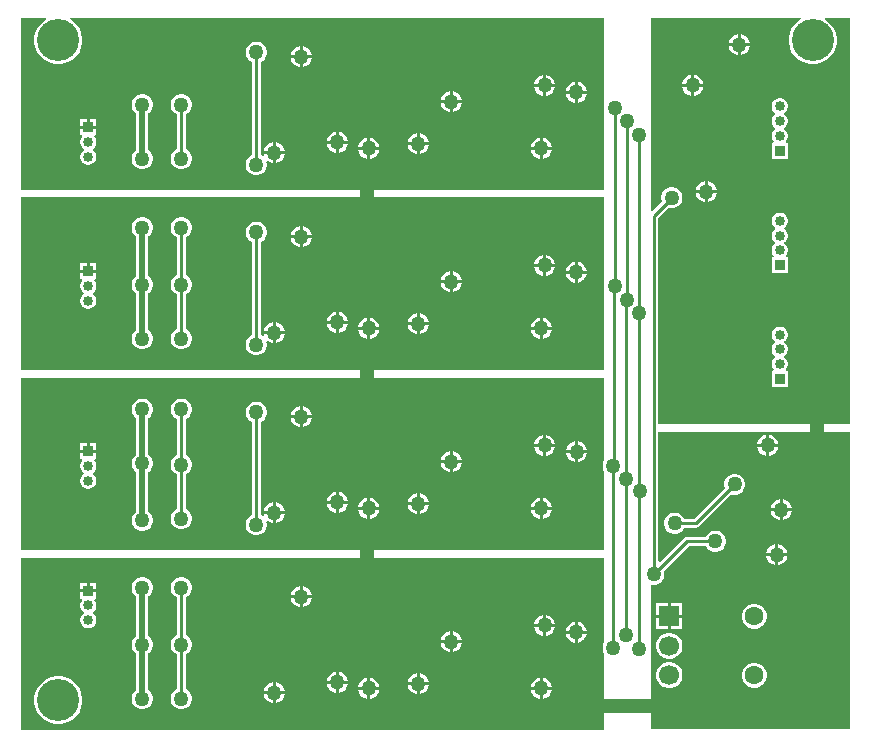
<source format=gbr>
%TF.GenerationSoftware,Altium Limited,Altium Designer,22.5.1 (42)*%
G04 Layer_Physical_Order=2*
G04 Layer_Color=16711680*
%FSLAX45Y45*%
%MOMM*%
%TF.SameCoordinates,176CDB2E-7B72-45DB-8ACB-ACD3A9543041*%
%TF.FilePolarity,Positive*%
%TF.FileFunction,Copper,L2,Bot,Signal*%
%TF.Part,Single*%
G01*
G75*
%TA.AperFunction,Conductor*%
%ADD19C,0.25400*%
%ADD20C,0.50800*%
%TA.AperFunction,ComponentPad*%
%ADD21R,0.85000X0.85000*%
%ADD22C,0.85000*%
%ADD23R,1.70000X1.70000*%
%ADD24C,1.70000*%
%ADD25C,1.60000*%
%TA.AperFunction,ViaPad*%
%ADD26C,1.27000*%
%ADD27C,3.55600*%
%TA.AperFunction,Conductor*%
%ADD28R,1.27000X0.88900*%
%ADD29R,5.96900X1.27000*%
G36*
X7023100Y2641600D02*
X5398247D01*
Y4390809D01*
X5482541Y4475104D01*
X5500096Y4470400D01*
X5523504D01*
X5546114Y4476458D01*
X5566386Y4488162D01*
X5582938Y4504714D01*
X5594642Y4524986D01*
X5600700Y4547596D01*
Y4571004D01*
X5594642Y4593614D01*
X5582938Y4613886D01*
X5566386Y4630438D01*
X5546114Y4642142D01*
X5523504Y4648200D01*
X5500096D01*
X5477486Y4642142D01*
X5457214Y4630438D01*
X5440662Y4613886D01*
X5428958Y4593614D01*
X5422900Y4571004D01*
Y4547596D01*
X5427604Y4530041D01*
X5345733Y4448170D01*
X5334000Y4453031D01*
Y6083300D01*
X6602093D01*
X6605946Y6070600D01*
X6576068Y6050636D01*
X6547764Y6022332D01*
X6525526Y5989051D01*
X6510209Y5952071D01*
X6502400Y5912813D01*
Y5872787D01*
X6510209Y5833529D01*
X6525526Y5796549D01*
X6547764Y5763268D01*
X6576068Y5734964D01*
X6609349Y5712726D01*
X6646329Y5697409D01*
X6685587Y5689600D01*
X6725613D01*
X6764871Y5697409D01*
X6801851Y5712726D01*
X6835132Y5734964D01*
X6863436Y5763268D01*
X6885674Y5796549D01*
X6900991Y5833529D01*
X6908800Y5872787D01*
Y5912813D01*
X6900991Y5952071D01*
X6885674Y5989051D01*
X6863436Y6022332D01*
X6835132Y6050636D01*
X6805254Y6070600D01*
X6809107Y6083300D01*
X7023100D01*
Y2641600D01*
D02*
G37*
G36*
X4940300Y5333004D02*
Y5309596D01*
Y4622800D01*
X0D01*
Y6083300D01*
X213993D01*
X217846Y6070600D01*
X187968Y6050636D01*
X159664Y6022332D01*
X137426Y5989051D01*
X122109Y5952071D01*
X114300Y5912813D01*
Y5872787D01*
X122109Y5833529D01*
X137426Y5796549D01*
X159664Y5763268D01*
X187968Y5734964D01*
X221249Y5712726D01*
X258229Y5697409D01*
X297487Y5689600D01*
X337513D01*
X376771Y5697409D01*
X413751Y5712726D01*
X447032Y5734964D01*
X475336Y5763268D01*
X497574Y5796549D01*
X512891Y5833529D01*
X520700Y5872787D01*
Y5912813D01*
X512891Y5952071D01*
X497574Y5989051D01*
X475336Y6022332D01*
X447032Y6050636D01*
X417154Y6070600D01*
X421007Y6083300D01*
X4940300D01*
Y5333004D01*
D02*
G37*
G36*
Y3821704D02*
Y3798296D01*
Y3100660D01*
X0D01*
Y4561160D01*
X4940300D01*
Y3821704D01*
D02*
G37*
G36*
Y2335005D02*
X4932489Y2321476D01*
X4926431Y2298865D01*
Y2275458D01*
X4932489Y2252847D01*
X4940300Y2239318D01*
Y1574800D01*
X0D01*
Y3035300D01*
X4940300D01*
Y2335005D01*
D02*
G37*
G36*
X7023100Y63500D02*
X5334000D01*
Y1275939D01*
X5344076Y1283670D01*
X5347696Y1282700D01*
X5371104D01*
X5393714Y1288758D01*
X5413986Y1300462D01*
X5430538Y1317014D01*
X5442242Y1337286D01*
X5448300Y1359896D01*
Y1383304D01*
X5443596Y1400859D01*
X5654891Y1612153D01*
X5799875D01*
X5808962Y1596414D01*
X5825514Y1579862D01*
X5845786Y1568158D01*
X5868396Y1562100D01*
X5891804D01*
X5914414Y1568158D01*
X5934686Y1579862D01*
X5951238Y1596414D01*
X5962942Y1616686D01*
X5969000Y1639296D01*
Y1662704D01*
X5962942Y1685314D01*
X5951238Y1705586D01*
X5934686Y1722138D01*
X5914414Y1733842D01*
X5891804Y1739900D01*
X5868396D01*
X5845786Y1733842D01*
X5825514Y1722138D01*
X5808962Y1705586D01*
X5799875Y1689847D01*
X5638800D01*
X5623934Y1686889D01*
X5611331Y1678469D01*
X5409980Y1477117D01*
X5398247Y1481977D01*
Y2578100D01*
X7023100D01*
Y63500D01*
D02*
G37*
G36*
X4940300Y795118D02*
X4933658Y783614D01*
X4927600Y761004D01*
Y737596D01*
X4933658Y714986D01*
X4940300Y703482D01*
Y50800D01*
X0D01*
Y1511300D01*
X4940300D01*
Y795118D01*
D02*
G37*
%LPC*%
G36*
X6096000Y5943333D02*
Y5867400D01*
X6171933D01*
X6166142Y5889014D01*
X6154438Y5909286D01*
X6137886Y5925838D01*
X6117614Y5937542D01*
X6096000Y5943333D01*
D02*
G37*
G36*
X6070600D02*
X6048986Y5937542D01*
X6028714Y5925838D01*
X6012162Y5909286D01*
X6000458Y5889014D01*
X5994667Y5867400D01*
X6070600D01*
Y5943333D01*
D02*
G37*
G36*
X6171933Y5842000D02*
X6096000D01*
Y5766067D01*
X6117614Y5771858D01*
X6137886Y5783562D01*
X6154438Y5800114D01*
X6166142Y5820386D01*
X6171933Y5842000D01*
D02*
G37*
G36*
X6070600D02*
X5994667D01*
X6000458Y5820386D01*
X6012162Y5800114D01*
X6028714Y5783562D01*
X6048986Y5771858D01*
X6070600Y5766067D01*
Y5842000D01*
D02*
G37*
G36*
X5702300Y5600433D02*
Y5524500D01*
X5778233D01*
X5772442Y5546114D01*
X5760738Y5566386D01*
X5744186Y5582938D01*
X5723914Y5594642D01*
X5702300Y5600433D01*
D02*
G37*
G36*
X5676900D02*
X5655286Y5594642D01*
X5635014Y5582938D01*
X5618462Y5566386D01*
X5606758Y5546114D01*
X5600967Y5524500D01*
X5676900D01*
Y5600433D01*
D02*
G37*
G36*
X5778233Y5499100D02*
X5702300D01*
Y5423167D01*
X5723914Y5428958D01*
X5744186Y5440662D01*
X5760738Y5457214D01*
X5772442Y5477486D01*
X5778233Y5499100D01*
D02*
G37*
G36*
X5676900D02*
X5600967D01*
X5606758Y5477486D01*
X5618462Y5457214D01*
X5635014Y5440662D01*
X5655286Y5428958D01*
X5676900Y5423167D01*
Y5499100D01*
D02*
G37*
G36*
X6435139Y5399900D02*
X6417261D01*
X6399992Y5395273D01*
X6384508Y5386334D01*
X6371866Y5373692D01*
X6362927Y5358208D01*
X6358300Y5340939D01*
Y5323061D01*
X6362927Y5305792D01*
X6371866Y5290308D01*
X6384508Y5277666D01*
X6387654Y5275850D01*
Y5263150D01*
X6384508Y5261334D01*
X6371866Y5248692D01*
X6362927Y5233208D01*
X6358300Y5215939D01*
Y5198061D01*
X6362927Y5180792D01*
X6371866Y5165308D01*
X6384508Y5152666D01*
X6387654Y5150850D01*
Y5138150D01*
X6384508Y5136334D01*
X6371866Y5123692D01*
X6362927Y5108208D01*
X6358300Y5090939D01*
Y5073061D01*
X6362927Y5055792D01*
X6371866Y5040308D01*
X6374575Y5037600D01*
X6369314Y5024900D01*
X6358300D01*
Y4889100D01*
X6494100D01*
Y5024900D01*
X6483086D01*
X6477825Y5037600D01*
X6480534Y5040308D01*
X6489473Y5055792D01*
X6494100Y5073061D01*
Y5090939D01*
X6489473Y5108208D01*
X6480534Y5123692D01*
X6467892Y5136334D01*
X6464746Y5138150D01*
Y5150850D01*
X6467892Y5152666D01*
X6480534Y5165308D01*
X6489473Y5180792D01*
X6494100Y5198061D01*
Y5215939D01*
X6489473Y5233208D01*
X6480534Y5248692D01*
X6467892Y5261334D01*
X6464746Y5263150D01*
Y5275850D01*
X6467892Y5277666D01*
X6480534Y5290308D01*
X6489473Y5305792D01*
X6494100Y5323061D01*
Y5340939D01*
X6489473Y5358208D01*
X6480534Y5373692D01*
X6467892Y5386334D01*
X6452408Y5395273D01*
X6435139Y5399900D01*
D02*
G37*
G36*
X5816600Y4698733D02*
Y4622800D01*
X5892533D01*
X5886742Y4644414D01*
X5875038Y4664686D01*
X5858486Y4681238D01*
X5838214Y4692942D01*
X5816600Y4698733D01*
D02*
G37*
G36*
X5791200D02*
X5769586Y4692942D01*
X5749314Y4681238D01*
X5732762Y4664686D01*
X5721058Y4644414D01*
X5715267Y4622800D01*
X5791200D01*
Y4698733D01*
D02*
G37*
G36*
X5892533Y4597400D02*
X5816600D01*
Y4521467D01*
X5838214Y4527258D01*
X5858486Y4538962D01*
X5875038Y4555514D01*
X5886742Y4575786D01*
X5892533Y4597400D01*
D02*
G37*
G36*
X5791200D02*
X5715267D01*
X5721058Y4575786D01*
X5732762Y4555514D01*
X5749314Y4538962D01*
X5769586Y4527258D01*
X5791200Y4521467D01*
Y4597400D01*
D02*
G37*
G36*
X6435139Y4430700D02*
X6417261D01*
X6399992Y4426073D01*
X6384508Y4417134D01*
X6371866Y4404492D01*
X6362927Y4389008D01*
X6358300Y4371739D01*
Y4353861D01*
X6362927Y4336592D01*
X6371866Y4321108D01*
X6384508Y4308466D01*
X6387654Y4306650D01*
Y4293950D01*
X6384508Y4292134D01*
X6371866Y4279492D01*
X6362927Y4264008D01*
X6358300Y4246739D01*
Y4228861D01*
X6362927Y4211592D01*
X6371866Y4196108D01*
X6384508Y4183466D01*
X6387654Y4181650D01*
Y4168950D01*
X6384508Y4167134D01*
X6371866Y4154492D01*
X6362927Y4139008D01*
X6358300Y4121739D01*
Y4103861D01*
X6362927Y4086592D01*
X6371866Y4071108D01*
X6374575Y4068400D01*
X6369314Y4055700D01*
X6358300D01*
Y3919900D01*
X6494100D01*
Y4055700D01*
X6483086D01*
X6477825Y4068400D01*
X6480534Y4071108D01*
X6489473Y4086592D01*
X6494100Y4103861D01*
Y4121739D01*
X6489473Y4139008D01*
X6480534Y4154492D01*
X6467892Y4167134D01*
X6464746Y4168950D01*
Y4181650D01*
X6467892Y4183466D01*
X6480534Y4196108D01*
X6489473Y4211592D01*
X6494100Y4228861D01*
Y4246739D01*
X6489473Y4264008D01*
X6480534Y4279492D01*
X6467892Y4292134D01*
X6464746Y4293950D01*
Y4306650D01*
X6467892Y4308466D01*
X6480534Y4321108D01*
X6489473Y4336592D01*
X6494100Y4353861D01*
Y4371739D01*
X6489473Y4389008D01*
X6480534Y4404492D01*
X6467892Y4417134D01*
X6452408Y4426073D01*
X6435139Y4430700D01*
D02*
G37*
G36*
Y3467500D02*
X6417261D01*
X6399992Y3462873D01*
X6384508Y3453934D01*
X6371866Y3441292D01*
X6362927Y3425808D01*
X6358300Y3408539D01*
Y3390661D01*
X6362927Y3373392D01*
X6371866Y3357908D01*
X6384508Y3345266D01*
X6387654Y3343450D01*
Y3330750D01*
X6384508Y3328934D01*
X6371866Y3316292D01*
X6362927Y3300808D01*
X6358300Y3283539D01*
Y3265661D01*
X6362927Y3248392D01*
X6371866Y3232908D01*
X6384508Y3220266D01*
X6387654Y3218450D01*
Y3205750D01*
X6384508Y3203934D01*
X6371866Y3191292D01*
X6362927Y3175808D01*
X6358300Y3158539D01*
Y3140661D01*
X6362927Y3123392D01*
X6371866Y3107908D01*
X6374575Y3105200D01*
X6369314Y3092500D01*
X6358300D01*
Y2956700D01*
X6494100D01*
Y3092500D01*
X6483086D01*
X6477825Y3105200D01*
X6480534Y3107908D01*
X6489473Y3123392D01*
X6494100Y3140661D01*
Y3158539D01*
X6489473Y3175808D01*
X6480534Y3191292D01*
X6467892Y3203934D01*
X6464746Y3205750D01*
Y3218450D01*
X6467892Y3220266D01*
X6480534Y3232908D01*
X6489473Y3248392D01*
X6494100Y3265661D01*
Y3283539D01*
X6489473Y3300808D01*
X6480534Y3316292D01*
X6467892Y3328934D01*
X6464746Y3330750D01*
Y3343450D01*
X6467892Y3345266D01*
X6480534Y3357908D01*
X6489473Y3373392D01*
X6494100Y3390661D01*
Y3408539D01*
X6489473Y3425808D01*
X6480534Y3441292D01*
X6467892Y3453934D01*
X6452408Y3462873D01*
X6435139Y3467500D01*
D02*
G37*
G36*
X2387600Y5841733D02*
Y5765800D01*
X2463533D01*
X2457742Y5787414D01*
X2446038Y5807686D01*
X2429486Y5824238D01*
X2409214Y5835942D01*
X2387600Y5841733D01*
D02*
G37*
G36*
X2362200D02*
X2340586Y5835942D01*
X2320314Y5824238D01*
X2303762Y5807686D01*
X2292058Y5787414D01*
X2286267Y5765800D01*
X2362200D01*
Y5841733D01*
D02*
G37*
G36*
X2463533Y5740400D02*
X2387600D01*
Y5664467D01*
X2409214Y5670258D01*
X2429486Y5681962D01*
X2446038Y5698514D01*
X2457742Y5718786D01*
X2463533Y5740400D01*
D02*
G37*
G36*
X2362200D02*
X2286267D01*
X2292058Y5718786D01*
X2303762Y5698514D01*
X2320314Y5681962D01*
X2340586Y5670258D01*
X2362200Y5664467D01*
Y5740400D01*
D02*
G37*
G36*
X4447456Y5598510D02*
Y5522577D01*
X4523389D01*
X4517598Y5544191D01*
X4505894Y5564463D01*
X4489342Y5581015D01*
X4469070Y5592719D01*
X4447456Y5598510D01*
D02*
G37*
G36*
X4422056D02*
X4400442Y5592719D01*
X4380170Y5581015D01*
X4363618Y5564463D01*
X4351915Y5544191D01*
X4346123Y5522577D01*
X4422056D01*
Y5598510D01*
D02*
G37*
G36*
X4715720Y5541541D02*
Y5465608D01*
X4791653D01*
X4785862Y5487222D01*
X4774158Y5507494D01*
X4757606Y5524046D01*
X4737334Y5535750D01*
X4715720Y5541541D01*
D02*
G37*
G36*
X4690320D02*
X4668706Y5535750D01*
X4648434Y5524046D01*
X4631883Y5507494D01*
X4620179Y5487222D01*
X4614387Y5465608D01*
X4690320D01*
Y5541541D01*
D02*
G37*
G36*
X4523389Y5497177D02*
X4447456D01*
Y5421244D01*
X4469070Y5427035D01*
X4489342Y5438739D01*
X4505894Y5455291D01*
X4517598Y5475563D01*
X4523389Y5497177D01*
D02*
G37*
G36*
X4422056D02*
X4346123D01*
X4351915Y5475563D01*
X4363618Y5455291D01*
X4380170Y5438739D01*
X4400442Y5427035D01*
X4422056Y5421244D01*
Y5497177D01*
D02*
G37*
G36*
X3657600Y5460733D02*
Y5384800D01*
X3733533D01*
X3727742Y5406414D01*
X3716038Y5426686D01*
X3699486Y5443238D01*
X3679214Y5454942D01*
X3657600Y5460733D01*
D02*
G37*
G36*
X3632200D02*
X3610586Y5454942D01*
X3590314Y5443238D01*
X3573762Y5426686D01*
X3562058Y5406414D01*
X3556267Y5384800D01*
X3632200D01*
Y5460733D01*
D02*
G37*
G36*
X4791653Y5440208D02*
X4715720D01*
Y5364275D01*
X4737334Y5370066D01*
X4757606Y5381770D01*
X4774158Y5398322D01*
X4785862Y5418594D01*
X4791653Y5440208D01*
D02*
G37*
G36*
X4690320D02*
X4614387D01*
X4620179Y5418594D01*
X4631883Y5398322D01*
X4648434Y5381770D01*
X4668706Y5370066D01*
X4690320Y5364275D01*
Y5440208D01*
D02*
G37*
G36*
X3733533Y5359400D02*
X3657600D01*
Y5283467D01*
X3679214Y5289258D01*
X3699486Y5300962D01*
X3716038Y5317514D01*
X3727742Y5337786D01*
X3733533Y5359400D01*
D02*
G37*
G36*
X3632200D02*
X3556267D01*
X3562058Y5337786D01*
X3573762Y5317514D01*
X3590314Y5300962D01*
X3610586Y5289258D01*
X3632200Y5283467D01*
Y5359400D01*
D02*
G37*
G36*
X639400Y5222100D02*
X584199D01*
Y5166901D01*
X639400D01*
Y5222100D01*
D02*
G37*
G36*
X558799D02*
X503600D01*
Y5166901D01*
X558799D01*
Y5222100D01*
D02*
G37*
G36*
X2692400Y5117833D02*
Y5041900D01*
X2768333D01*
X2762542Y5063514D01*
X2750838Y5083786D01*
X2734286Y5100338D01*
X2714014Y5112042D01*
X2692400Y5117833D01*
D02*
G37*
G36*
X2667000D02*
X2645386Y5112042D01*
X2625114Y5100338D01*
X2608562Y5083786D01*
X2596858Y5063514D01*
X2591067Y5041900D01*
X2667000D01*
Y5117833D01*
D02*
G37*
G36*
X3378200Y5105133D02*
Y5029200D01*
X3454133D01*
X3448342Y5050814D01*
X3436638Y5071086D01*
X3420086Y5087638D01*
X3399814Y5099342D01*
X3378200Y5105133D01*
D02*
G37*
G36*
X3352800D02*
X3331186Y5099342D01*
X3310914Y5087638D01*
X3294362Y5071086D01*
X3282658Y5050814D01*
X3276867Y5029200D01*
X3352800D01*
Y5105133D01*
D02*
G37*
G36*
X4419600Y5067033D02*
Y4991100D01*
X4495533D01*
X4489742Y5012714D01*
X4478038Y5032986D01*
X4461486Y5049538D01*
X4441214Y5061242D01*
X4419600Y5067033D01*
D02*
G37*
G36*
X4394200D02*
X4372586Y5061242D01*
X4352314Y5049538D01*
X4335762Y5032986D01*
X4324058Y5012714D01*
X4318267Y4991100D01*
X4394200D01*
Y5067033D01*
D02*
G37*
G36*
X2959100D02*
Y4991100D01*
X3035033D01*
X3029242Y5012714D01*
X3017538Y5032986D01*
X3000986Y5049538D01*
X2980714Y5061242D01*
X2959100Y5067033D01*
D02*
G37*
G36*
X2933700D02*
X2912086Y5061242D01*
X2891814Y5049538D01*
X2875262Y5032986D01*
X2863558Y5012714D01*
X2857767Y4991100D01*
X2933700D01*
Y5067033D01*
D02*
G37*
G36*
X2159000Y5028933D02*
Y4953000D01*
X2234933D01*
X2229142Y4974614D01*
X2217438Y4994886D01*
X2200886Y5011438D01*
X2180614Y5023142D01*
X2159000Y5028933D01*
D02*
G37*
G36*
X2133600D02*
X2111986Y5023142D01*
X2091714Y5011438D01*
X2075162Y4994886D01*
X2063458Y4974614D01*
X2057667Y4953000D01*
X2133600D01*
Y5028933D01*
D02*
G37*
G36*
X2768333Y5016500D02*
X2692400D01*
Y4940567D01*
X2714014Y4946358D01*
X2734286Y4958062D01*
X2750838Y4974614D01*
X2762542Y4994886D01*
X2768333Y5016500D01*
D02*
G37*
G36*
X2667000D02*
X2591067D01*
X2596858Y4994886D01*
X2608562Y4974614D01*
X2625114Y4958062D01*
X2645386Y4946358D01*
X2667000Y4940567D01*
Y5016500D01*
D02*
G37*
G36*
X3454133Y5003800D02*
X3378200D01*
Y4927867D01*
X3399814Y4933658D01*
X3420086Y4945362D01*
X3436638Y4961914D01*
X3448342Y4982186D01*
X3454133Y5003800D01*
D02*
G37*
G36*
X3352800D02*
X3276867D01*
X3282658Y4982186D01*
X3294362Y4961914D01*
X3310914Y4945362D01*
X3331186Y4933658D01*
X3352800Y4927867D01*
Y5003800D01*
D02*
G37*
G36*
X4495533Y4965700D02*
X4419600D01*
Y4889767D01*
X4441214Y4895558D01*
X4461486Y4907262D01*
X4478038Y4923814D01*
X4489742Y4944086D01*
X4495533Y4965700D01*
D02*
G37*
G36*
X4394200D02*
X4318267D01*
X4324058Y4944086D01*
X4335762Y4923814D01*
X4352314Y4907262D01*
X4372586Y4895558D01*
X4394200Y4889767D01*
Y4965700D01*
D02*
G37*
G36*
X3035033D02*
X2959100D01*
Y4889767D01*
X2980714Y4895558D01*
X3000986Y4907262D01*
X3017538Y4923814D01*
X3029242Y4944086D01*
X3035033Y4965700D01*
D02*
G37*
G36*
X2933700D02*
X2857767D01*
X2863558Y4944086D01*
X2875262Y4923814D01*
X2891814Y4907262D01*
X2912086Y4895558D01*
X2933700Y4889767D01*
Y4965700D01*
D02*
G37*
G36*
X2234933Y4927600D02*
X2159000D01*
Y4851667D01*
X2180614Y4857458D01*
X2200886Y4869162D01*
X2217438Y4885714D01*
X2229142Y4905986D01*
X2234933Y4927600D01*
D02*
G37*
G36*
X2005604Y5880100D02*
X1982196D01*
X1959586Y5874042D01*
X1939314Y5862338D01*
X1922762Y5845786D01*
X1911058Y5825514D01*
X1905000Y5802904D01*
Y5779496D01*
X1911058Y5756886D01*
X1922762Y5736614D01*
X1939314Y5720062D01*
X1955053Y5710975D01*
Y4918925D01*
X1939314Y4909838D01*
X1922762Y4893286D01*
X1911058Y4873014D01*
X1905000Y4850404D01*
Y4826996D01*
X1911058Y4804386D01*
X1922762Y4784114D01*
X1939314Y4767562D01*
X1959586Y4755858D01*
X1982196Y4749800D01*
X2005604D01*
X2028214Y4755858D01*
X2048486Y4767562D01*
X2065038Y4784114D01*
X2076742Y4804386D01*
X2082800Y4826996D01*
Y4850404D01*
X2079245Y4863670D01*
X2090632Y4870245D01*
X2091714Y4869162D01*
X2111986Y4857458D01*
X2133600Y4851667D01*
Y4927600D01*
X2057667D01*
X2060955Y4915330D01*
X2049568Y4908755D01*
X2048486Y4909838D01*
X2032747Y4918925D01*
Y5710975D01*
X2048486Y5720062D01*
X2065038Y5736614D01*
X2076742Y5756886D01*
X2082800Y5779496D01*
Y5802904D01*
X2076742Y5825514D01*
X2065038Y5845786D01*
X2048486Y5862338D01*
X2028214Y5874042D01*
X2005604Y5880100D01*
D02*
G37*
G36*
X639400Y5141501D02*
X571499D01*
X503600D01*
Y5086300D01*
X514614D01*
X519875Y5073600D01*
X517166Y5070892D01*
X508227Y5055408D01*
X503600Y5038139D01*
Y5020261D01*
X508227Y5002992D01*
X517166Y4987508D01*
X529808Y4974866D01*
X532954Y4973050D01*
Y4960350D01*
X529808Y4958534D01*
X517166Y4945892D01*
X508227Y4930408D01*
X503600Y4913139D01*
Y4895261D01*
X508227Y4877992D01*
X517166Y4862508D01*
X529808Y4849866D01*
X545292Y4840927D01*
X562561Y4836300D01*
X580439D01*
X597708Y4840927D01*
X613192Y4849866D01*
X625834Y4862508D01*
X634773Y4877992D01*
X639400Y4895261D01*
Y4913139D01*
X634773Y4930408D01*
X625834Y4945892D01*
X613192Y4958534D01*
X610046Y4960350D01*
Y4973050D01*
X613192Y4974866D01*
X625834Y4987508D01*
X634773Y5002992D01*
X639400Y5020261D01*
Y5038139D01*
X634773Y5055408D01*
X625834Y5070892D01*
X623125Y5073600D01*
X628386Y5086300D01*
X639400D01*
Y5141501D01*
D02*
G37*
G36*
X1370604Y5435600D02*
X1347196D01*
X1324586Y5429542D01*
X1304314Y5417838D01*
X1287762Y5401286D01*
X1276058Y5381014D01*
X1270000Y5358404D01*
Y5334996D01*
X1276058Y5312386D01*
X1287762Y5292114D01*
X1304314Y5275562D01*
X1320053Y5266475D01*
Y4969725D01*
X1304314Y4960638D01*
X1287762Y4944086D01*
X1276058Y4923814D01*
X1270000Y4901204D01*
Y4877796D01*
X1276058Y4855186D01*
X1287762Y4834914D01*
X1304314Y4818362D01*
X1324586Y4806658D01*
X1347196Y4800600D01*
X1370604D01*
X1393214Y4806658D01*
X1413486Y4818362D01*
X1430038Y4834914D01*
X1441742Y4855186D01*
X1447800Y4877796D01*
Y4901204D01*
X1441742Y4923814D01*
X1430038Y4944086D01*
X1413486Y4960638D01*
X1397747Y4969725D01*
Y5266475D01*
X1413486Y5275562D01*
X1430038Y5292114D01*
X1441742Y5312386D01*
X1447800Y5334996D01*
Y5358404D01*
X1441742Y5381014D01*
X1430038Y5401286D01*
X1413486Y5417838D01*
X1393214Y5429542D01*
X1370604Y5435600D01*
D02*
G37*
G36*
X1040404D02*
X1016996D01*
X994386Y5429542D01*
X974114Y5417838D01*
X957562Y5401286D01*
X945858Y5381014D01*
X939800Y5358404D01*
Y5334996D01*
X945858Y5312386D01*
X957562Y5292114D01*
X974114Y5275562D01*
X976905Y5273951D01*
Y4962249D01*
X974114Y4960638D01*
X957562Y4944086D01*
X945858Y4923814D01*
X939800Y4901204D01*
Y4877796D01*
X945858Y4855186D01*
X957562Y4834914D01*
X974114Y4818362D01*
X994386Y4806658D01*
X1016996Y4800600D01*
X1040404D01*
X1063014Y4806658D01*
X1083286Y4818362D01*
X1099838Y4834914D01*
X1111542Y4855186D01*
X1117600Y4877796D01*
Y4901204D01*
X1111542Y4923814D01*
X1099838Y4944086D01*
X1083286Y4960638D01*
X1080495Y4962249D01*
Y5273951D01*
X1083286Y5275562D01*
X1099838Y5292114D01*
X1111542Y5312386D01*
X1117600Y5334996D01*
Y5358404D01*
X1111542Y5381014D01*
X1099838Y5401286D01*
X1083286Y5417838D01*
X1063014Y5429542D01*
X1040404Y5435600D01*
D02*
G37*
G36*
X2387600Y4317733D02*
Y4241800D01*
X2463533D01*
X2457742Y4263414D01*
X2446038Y4283686D01*
X2429486Y4300238D01*
X2409214Y4311942D01*
X2387600Y4317733D01*
D02*
G37*
G36*
X2362200D02*
X2340586Y4311942D01*
X2320314Y4300238D01*
X2303762Y4283686D01*
X2292058Y4263414D01*
X2286267Y4241800D01*
X2362200D01*
Y4317733D01*
D02*
G37*
G36*
X2463533Y4216400D02*
X2387600D01*
Y4140467D01*
X2409214Y4146258D01*
X2429486Y4157962D01*
X2446038Y4174514D01*
X2457742Y4194786D01*
X2463533Y4216400D01*
D02*
G37*
G36*
X2362200D02*
X2286267D01*
X2292058Y4194786D01*
X2303762Y4174514D01*
X2320314Y4157962D01*
X2340586Y4146258D01*
X2362200Y4140467D01*
Y4216400D01*
D02*
G37*
G36*
X4447456Y4074510D02*
Y3998577D01*
X4523389D01*
X4517598Y4020191D01*
X4505894Y4040463D01*
X4489342Y4057015D01*
X4469070Y4068719D01*
X4447456Y4074510D01*
D02*
G37*
G36*
X4422056D02*
X4400442Y4068719D01*
X4380170Y4057015D01*
X4363618Y4040463D01*
X4351915Y4020191D01*
X4346123Y3998577D01*
X4422056D01*
Y4074510D01*
D02*
G37*
G36*
X639400Y4003409D02*
X584200D01*
Y3948209D01*
X639400D01*
Y4003409D01*
D02*
G37*
G36*
X558800D02*
X503600D01*
Y3948209D01*
X558800D01*
Y4003409D01*
D02*
G37*
G36*
X4714593Y4018173D02*
Y3942240D01*
X4790526D01*
X4784735Y3963854D01*
X4773031Y3984126D01*
X4756479Y4000678D01*
X4736207Y4012381D01*
X4714593Y4018173D01*
D02*
G37*
G36*
X4689193D02*
X4667579Y4012381D01*
X4647307Y4000678D01*
X4630756Y3984126D01*
X4619052Y3963854D01*
X4613260Y3942240D01*
X4689193D01*
Y4018173D01*
D02*
G37*
G36*
X4523389Y3973177D02*
X4447456D01*
Y3897244D01*
X4469070Y3903035D01*
X4489342Y3914739D01*
X4505894Y3931291D01*
X4517598Y3951563D01*
X4523389Y3973177D01*
D02*
G37*
G36*
X4422056D02*
X4346123D01*
X4351915Y3951563D01*
X4363618Y3931291D01*
X4380170Y3914739D01*
X4400442Y3903035D01*
X4422056Y3897244D01*
Y3973177D01*
D02*
G37*
G36*
X3657600Y3936733D02*
Y3860800D01*
X3733533D01*
X3727742Y3882414D01*
X3716038Y3902686D01*
X3699486Y3919238D01*
X3679214Y3930942D01*
X3657600Y3936733D01*
D02*
G37*
G36*
X3632200D02*
X3610586Y3930942D01*
X3590314Y3919238D01*
X3573762Y3902686D01*
X3562058Y3882414D01*
X3556267Y3860800D01*
X3632200D01*
Y3936733D01*
D02*
G37*
G36*
X4790526Y3916840D02*
X4714593D01*
Y3840907D01*
X4736207Y3846698D01*
X4756479Y3858402D01*
X4773031Y3874954D01*
X4784735Y3895226D01*
X4790526Y3916840D01*
D02*
G37*
G36*
X4689193D02*
X4613260D01*
X4619052Y3895226D01*
X4630756Y3874954D01*
X4647307Y3858402D01*
X4667579Y3846698D01*
X4689193Y3840907D01*
Y3916840D01*
D02*
G37*
G36*
X3733533Y3835400D02*
X3657600D01*
Y3759467D01*
X3679214Y3765258D01*
X3699486Y3776962D01*
X3716038Y3793514D01*
X3727742Y3813786D01*
X3733533Y3835400D01*
D02*
G37*
G36*
X3632200D02*
X3556267D01*
X3562058Y3813786D01*
X3573762Y3793514D01*
X3590314Y3776962D01*
X3610586Y3765258D01*
X3632200Y3759467D01*
Y3835400D01*
D02*
G37*
G36*
X639400Y3922809D02*
X571500D01*
X503600D01*
Y3867608D01*
X514614D01*
X519875Y3854908D01*
X517166Y3852200D01*
X508227Y3836717D01*
X503600Y3819448D01*
Y3801569D01*
X508227Y3784300D01*
X517166Y3768817D01*
X529808Y3756175D01*
X532954Y3754359D01*
Y3741659D01*
X529808Y3739842D01*
X517166Y3727200D01*
X508227Y3711717D01*
X503600Y3694448D01*
Y3676569D01*
X508227Y3659300D01*
X517166Y3643817D01*
X529808Y3631175D01*
X545292Y3622236D01*
X562561Y3617608D01*
X580439D01*
X597708Y3622236D01*
X613192Y3631175D01*
X625834Y3643817D01*
X634773Y3659300D01*
X639400Y3676569D01*
Y3694448D01*
X634773Y3711717D01*
X625834Y3727200D01*
X613192Y3739842D01*
X610046Y3741659D01*
Y3754359D01*
X613192Y3756175D01*
X625834Y3768817D01*
X634773Y3784300D01*
X639400Y3801569D01*
Y3819448D01*
X634773Y3836717D01*
X625834Y3852200D01*
X623125Y3854908D01*
X628386Y3867608D01*
X639400D01*
Y3922809D01*
D02*
G37*
G36*
X2692400Y3593833D02*
Y3517900D01*
X2768333D01*
X2762542Y3539514D01*
X2750838Y3559786D01*
X2734286Y3576338D01*
X2714014Y3588042D01*
X2692400Y3593833D01*
D02*
G37*
G36*
X2667000D02*
X2645386Y3588042D01*
X2625114Y3576338D01*
X2608562Y3559786D01*
X2596858Y3539514D01*
X2591067Y3517900D01*
X2667000D01*
Y3593833D01*
D02*
G37*
G36*
X3378200Y3581133D02*
Y3505200D01*
X3454133D01*
X3448342Y3526814D01*
X3436638Y3547086D01*
X3420086Y3563638D01*
X3399814Y3575342D01*
X3378200Y3581133D01*
D02*
G37*
G36*
X3352800D02*
X3331186Y3575342D01*
X3310914Y3563638D01*
X3294362Y3547086D01*
X3282658Y3526814D01*
X3276867Y3505200D01*
X3352800D01*
Y3581133D01*
D02*
G37*
G36*
X4419600Y3543033D02*
Y3467100D01*
X4495533D01*
X4489742Y3488714D01*
X4478038Y3508986D01*
X4461486Y3525538D01*
X4441214Y3537242D01*
X4419600Y3543033D01*
D02*
G37*
G36*
X4394200D02*
X4372586Y3537242D01*
X4352314Y3525538D01*
X4335762Y3508986D01*
X4324058Y3488714D01*
X4318267Y3467100D01*
X4394200D01*
Y3543033D01*
D02*
G37*
G36*
X2959100D02*
Y3467100D01*
X3035033D01*
X3029242Y3488714D01*
X3017538Y3508986D01*
X3000986Y3525538D01*
X2980714Y3537242D01*
X2959100Y3543033D01*
D02*
G37*
G36*
X2933700D02*
X2912086Y3537242D01*
X2891814Y3525538D01*
X2875262Y3508986D01*
X2863558Y3488714D01*
X2857767Y3467100D01*
X2933700D01*
Y3543033D01*
D02*
G37*
G36*
X2159000Y3504933D02*
Y3429000D01*
X2234933D01*
X2229142Y3450614D01*
X2217438Y3470886D01*
X2200886Y3487438D01*
X2180614Y3499142D01*
X2159000Y3504933D01*
D02*
G37*
G36*
X2133600D02*
X2111986Y3499142D01*
X2091714Y3487438D01*
X2075162Y3470886D01*
X2063458Y3450614D01*
X2057667Y3429000D01*
X2133600D01*
Y3504933D01*
D02*
G37*
G36*
X2768333Y3492500D02*
X2692400D01*
Y3416567D01*
X2714014Y3422358D01*
X2734286Y3434062D01*
X2750838Y3450614D01*
X2762542Y3470886D01*
X2768333Y3492500D01*
D02*
G37*
G36*
X2667000D02*
X2591067D01*
X2596858Y3470886D01*
X2608562Y3450614D01*
X2625114Y3434062D01*
X2645386Y3422358D01*
X2667000Y3416567D01*
Y3492500D01*
D02*
G37*
G36*
X3454133Y3479800D02*
X3378200D01*
Y3403867D01*
X3399814Y3409658D01*
X3420086Y3421362D01*
X3436638Y3437914D01*
X3448342Y3458186D01*
X3454133Y3479800D01*
D02*
G37*
G36*
X3352800D02*
X3276867D01*
X3282658Y3458186D01*
X3294362Y3437914D01*
X3310914Y3421362D01*
X3331186Y3409658D01*
X3352800Y3403867D01*
Y3479800D01*
D02*
G37*
G36*
X4495533Y3441700D02*
X4419600D01*
Y3365767D01*
X4441214Y3371558D01*
X4461486Y3383262D01*
X4478038Y3399814D01*
X4489742Y3420086D01*
X4495533Y3441700D01*
D02*
G37*
G36*
X4394200D02*
X4318267D01*
X4324058Y3420086D01*
X4335762Y3399814D01*
X4352314Y3383262D01*
X4372586Y3371558D01*
X4394200Y3365767D01*
Y3441700D01*
D02*
G37*
G36*
X3035033D02*
X2959100D01*
Y3365767D01*
X2980714Y3371558D01*
X3000986Y3383262D01*
X3017538Y3399814D01*
X3029242Y3420086D01*
X3035033Y3441700D01*
D02*
G37*
G36*
X2933700D02*
X2857767D01*
X2863558Y3420086D01*
X2875262Y3399814D01*
X2891814Y3383262D01*
X2912086Y3371558D01*
X2933700Y3365767D01*
Y3441700D01*
D02*
G37*
G36*
X2234933Y3403600D02*
X2159000D01*
Y3327667D01*
X2180614Y3333458D01*
X2200886Y3345162D01*
X2217438Y3361714D01*
X2229142Y3381986D01*
X2234933Y3403600D01*
D02*
G37*
G36*
X2005604Y4356100D02*
X1982196D01*
X1959586Y4350042D01*
X1939314Y4338338D01*
X1922762Y4321786D01*
X1911058Y4301514D01*
X1905000Y4278904D01*
Y4255496D01*
X1911058Y4232886D01*
X1922762Y4212614D01*
X1939314Y4196062D01*
X1955053Y4186975D01*
Y3394925D01*
X1939314Y3385838D01*
X1922762Y3369286D01*
X1911058Y3349014D01*
X1905000Y3326404D01*
Y3302996D01*
X1911058Y3280386D01*
X1922762Y3260114D01*
X1939314Y3243562D01*
X1959586Y3231858D01*
X1982196Y3225800D01*
X2005604D01*
X2028214Y3231858D01*
X2048486Y3243562D01*
X2065038Y3260114D01*
X2076742Y3280386D01*
X2082800Y3302996D01*
Y3326404D01*
X2079245Y3339670D01*
X2090632Y3346245D01*
X2091714Y3345162D01*
X2111986Y3333458D01*
X2133600Y3327667D01*
Y3403600D01*
X2057667D01*
X2060955Y3391330D01*
X2049568Y3384755D01*
X2048486Y3385838D01*
X2032747Y3394925D01*
Y4186975D01*
X2048486Y4196062D01*
X2065038Y4212614D01*
X2076742Y4232886D01*
X2082800Y4255496D01*
Y4278904D01*
X2076742Y4301514D01*
X2065038Y4321786D01*
X2048486Y4338338D01*
X2028214Y4350042D01*
X2005604Y4356100D01*
D02*
G37*
G36*
X1370604Y4394200D02*
X1347196D01*
X1324586Y4388142D01*
X1304314Y4376438D01*
X1287762Y4359886D01*
X1276058Y4339614D01*
X1270000Y4317004D01*
Y4293596D01*
X1276058Y4270986D01*
X1287762Y4250714D01*
X1304314Y4234162D01*
X1320053Y4225075D01*
Y3902925D01*
X1304314Y3893838D01*
X1287762Y3877286D01*
X1276058Y3857014D01*
X1270000Y3834404D01*
Y3810996D01*
X1276058Y3788386D01*
X1287762Y3768114D01*
X1304314Y3751562D01*
X1320053Y3742475D01*
Y3445725D01*
X1304314Y3436638D01*
X1287762Y3420086D01*
X1276058Y3399814D01*
X1270000Y3377204D01*
Y3353796D01*
X1276058Y3331186D01*
X1287762Y3310914D01*
X1304314Y3294362D01*
X1324586Y3282658D01*
X1347196Y3276600D01*
X1370604D01*
X1393214Y3282658D01*
X1413486Y3294362D01*
X1430038Y3310914D01*
X1441742Y3331186D01*
X1447800Y3353796D01*
Y3377204D01*
X1441742Y3399814D01*
X1430038Y3420086D01*
X1413486Y3436638D01*
X1397747Y3445725D01*
Y3742475D01*
X1413486Y3751562D01*
X1430038Y3768114D01*
X1441742Y3788386D01*
X1447800Y3810996D01*
Y3834404D01*
X1441742Y3857014D01*
X1430038Y3877286D01*
X1413486Y3893838D01*
X1397747Y3902925D01*
Y4225075D01*
X1413486Y4234162D01*
X1430038Y4250714D01*
X1441742Y4270986D01*
X1447800Y4293596D01*
Y4317004D01*
X1441742Y4339614D01*
X1430038Y4359886D01*
X1413486Y4376438D01*
X1393214Y4388142D01*
X1370604Y4394200D01*
D02*
G37*
G36*
X1040404D02*
X1016996D01*
X994386Y4388142D01*
X974114Y4376438D01*
X957562Y4359886D01*
X945858Y4339614D01*
X939800Y4317004D01*
Y4293596D01*
X945858Y4270986D01*
X957562Y4250714D01*
X974114Y4234162D01*
X976905Y4232551D01*
Y3895449D01*
X974114Y3893838D01*
X957562Y3877286D01*
X945858Y3857014D01*
X939800Y3834404D01*
Y3810996D01*
X945858Y3788386D01*
X957562Y3768114D01*
X974114Y3751562D01*
X976905Y3749951D01*
Y3438249D01*
X974114Y3436638D01*
X957562Y3420086D01*
X945858Y3399814D01*
X939800Y3377204D01*
Y3353796D01*
X945858Y3331186D01*
X957562Y3310914D01*
X974114Y3294362D01*
X994386Y3282658D01*
X1016996Y3276600D01*
X1040404D01*
X1063014Y3282658D01*
X1083286Y3294362D01*
X1099838Y3310914D01*
X1111542Y3331186D01*
X1117600Y3353796D01*
Y3377204D01*
X1111542Y3399814D01*
X1099838Y3420086D01*
X1083286Y3436638D01*
X1080495Y3438249D01*
Y3749951D01*
X1083286Y3751562D01*
X1099838Y3768114D01*
X1111542Y3788386D01*
X1117600Y3810996D01*
Y3834404D01*
X1111542Y3857014D01*
X1099838Y3877286D01*
X1083286Y3893838D01*
X1080495Y3895449D01*
Y4232551D01*
X1083286Y4234162D01*
X1099838Y4250714D01*
X1111542Y4270986D01*
X1117600Y4293596D01*
Y4317004D01*
X1111542Y4339614D01*
X1099838Y4359886D01*
X1083286Y4376438D01*
X1063014Y4388142D01*
X1040404Y4394200D01*
D02*
G37*
G36*
X2387600Y2793733D02*
Y2717800D01*
X2463533D01*
X2457742Y2739414D01*
X2446038Y2759686D01*
X2429486Y2776238D01*
X2409214Y2787942D01*
X2387600Y2793733D01*
D02*
G37*
G36*
X2362200D02*
X2340586Y2787942D01*
X2320314Y2776238D01*
X2303762Y2759686D01*
X2292058Y2739414D01*
X2286267Y2717800D01*
X2362200D01*
Y2793733D01*
D02*
G37*
G36*
X2463533Y2692400D02*
X2387600D01*
Y2616467D01*
X2409214Y2622258D01*
X2429486Y2633962D01*
X2446038Y2650514D01*
X2457742Y2670786D01*
X2463533Y2692400D01*
D02*
G37*
G36*
X2362200D02*
X2286267D01*
X2292058Y2670786D01*
X2303762Y2650514D01*
X2320314Y2633962D01*
X2340586Y2622258D01*
X2362200Y2616467D01*
Y2692400D01*
D02*
G37*
G36*
X4447456Y2550510D02*
Y2474577D01*
X4523389D01*
X4517598Y2496191D01*
X4505894Y2516463D01*
X4489342Y2533015D01*
X4469070Y2544719D01*
X4447456Y2550510D01*
D02*
G37*
G36*
X4422056D02*
X4400442Y2544719D01*
X4380170Y2533015D01*
X4363618Y2516463D01*
X4351915Y2496191D01*
X4346123Y2474577D01*
X4422056D01*
Y2550510D01*
D02*
G37*
G36*
X639400Y2479409D02*
X584200D01*
Y2424209D01*
X639400D01*
Y2479409D01*
D02*
G37*
G36*
X558800D02*
X503600D01*
Y2424209D01*
X558800D01*
Y2479409D01*
D02*
G37*
G36*
X4719364Y2497655D02*
Y2421722D01*
X4795297D01*
X4789505Y2443336D01*
X4777801Y2463607D01*
X4761250Y2480159D01*
X4740978Y2491863D01*
X4719364Y2497655D01*
D02*
G37*
G36*
X4693964D02*
X4672350Y2491863D01*
X4652078Y2480159D01*
X4635526Y2463607D01*
X4623822Y2443336D01*
X4618031Y2421722D01*
X4693964D01*
Y2497655D01*
D02*
G37*
G36*
X4523389Y2449177D02*
X4447456D01*
Y2373244D01*
X4469070Y2379035D01*
X4489342Y2390739D01*
X4505894Y2407291D01*
X4517598Y2427563D01*
X4523389Y2449177D01*
D02*
G37*
G36*
X4422056D02*
X4346123D01*
X4351915Y2427563D01*
X4363618Y2407291D01*
X4380170Y2390739D01*
X4400442Y2379035D01*
X4422056Y2373244D01*
Y2449177D01*
D02*
G37*
G36*
X3657600Y2412733D02*
Y2336800D01*
X3733533D01*
X3727742Y2358414D01*
X3716038Y2378686D01*
X3699486Y2395238D01*
X3679214Y2406942D01*
X3657600Y2412733D01*
D02*
G37*
G36*
X3632200D02*
X3610586Y2406942D01*
X3590314Y2395238D01*
X3573762Y2378686D01*
X3562058Y2358414D01*
X3556267Y2336800D01*
X3632200D01*
Y2412733D01*
D02*
G37*
G36*
X4795297Y2396322D02*
X4719364D01*
Y2320389D01*
X4740978Y2326180D01*
X4761250Y2337884D01*
X4777801Y2354436D01*
X4789505Y2374707D01*
X4795297Y2396322D01*
D02*
G37*
G36*
X4693964D02*
X4618031D01*
X4623822Y2374707D01*
X4635526Y2354436D01*
X4652078Y2337884D01*
X4672350Y2326180D01*
X4693964Y2320389D01*
Y2396322D01*
D02*
G37*
G36*
X3733533Y2311400D02*
X3657600D01*
Y2235467D01*
X3679214Y2241258D01*
X3699486Y2252962D01*
X3716038Y2269514D01*
X3727742Y2289786D01*
X3733533Y2311400D01*
D02*
G37*
G36*
X3632200D02*
X3556267D01*
X3562058Y2289786D01*
X3573762Y2269514D01*
X3590314Y2252962D01*
X3610586Y2241258D01*
X3632200Y2235467D01*
Y2311400D01*
D02*
G37*
G36*
X639400Y2398809D02*
X571500D01*
X503600D01*
Y2343608D01*
X514614D01*
X519875Y2330908D01*
X517166Y2328200D01*
X508227Y2312717D01*
X503600Y2295448D01*
Y2277569D01*
X508227Y2260300D01*
X517166Y2244817D01*
X529808Y2232175D01*
X532954Y2230359D01*
Y2217659D01*
X529808Y2215842D01*
X517166Y2203200D01*
X508227Y2187717D01*
X503600Y2170448D01*
Y2152569D01*
X508227Y2135300D01*
X517166Y2119817D01*
X529808Y2107175D01*
X545292Y2098236D01*
X562561Y2093608D01*
X580439D01*
X597708Y2098236D01*
X613192Y2107175D01*
X625834Y2119817D01*
X634773Y2135300D01*
X639400Y2152569D01*
Y2170448D01*
X634773Y2187717D01*
X625834Y2203200D01*
X613192Y2215842D01*
X610046Y2217659D01*
Y2230359D01*
X613192Y2232175D01*
X625834Y2244817D01*
X634773Y2260300D01*
X639400Y2277569D01*
Y2295448D01*
X634773Y2312717D01*
X625834Y2328200D01*
X623125Y2330908D01*
X628386Y2343608D01*
X639400D01*
Y2398809D01*
D02*
G37*
G36*
X2692400Y2069833D02*
Y1993900D01*
X2768333D01*
X2762542Y2015514D01*
X2750838Y2035786D01*
X2734286Y2052338D01*
X2714014Y2064042D01*
X2692400Y2069833D01*
D02*
G37*
G36*
X2667000D02*
X2645386Y2064042D01*
X2625114Y2052338D01*
X2608562Y2035786D01*
X2596858Y2015514D01*
X2591067Y1993900D01*
X2667000D01*
Y2069833D01*
D02*
G37*
G36*
X3378200Y2057133D02*
Y1981200D01*
X3454133D01*
X3448342Y2002814D01*
X3436638Y2023086D01*
X3420086Y2039638D01*
X3399814Y2051342D01*
X3378200Y2057133D01*
D02*
G37*
G36*
X3352800D02*
X3331186Y2051342D01*
X3310914Y2039638D01*
X3294362Y2023086D01*
X3282658Y2002814D01*
X3276867Y1981200D01*
X3352800D01*
Y2057133D01*
D02*
G37*
G36*
X4419600Y2019033D02*
Y1943100D01*
X4495533D01*
X4489742Y1964714D01*
X4478038Y1984986D01*
X4461486Y2001538D01*
X4441214Y2013242D01*
X4419600Y2019033D01*
D02*
G37*
G36*
X4394200D02*
X4372586Y2013242D01*
X4352314Y2001538D01*
X4335762Y1984986D01*
X4324058Y1964714D01*
X4318267Y1943100D01*
X4394200D01*
Y2019033D01*
D02*
G37*
G36*
X2959100D02*
Y1943100D01*
X3035033D01*
X3029242Y1964714D01*
X3017538Y1984986D01*
X3000986Y2001538D01*
X2980714Y2013242D01*
X2959100Y2019033D01*
D02*
G37*
G36*
X2933700D02*
X2912086Y2013242D01*
X2891814Y2001538D01*
X2875262Y1984986D01*
X2863558Y1964714D01*
X2857767Y1943100D01*
X2933700D01*
Y2019033D01*
D02*
G37*
G36*
X2159000Y1980933D02*
Y1905000D01*
X2234933D01*
X2229142Y1926614D01*
X2217438Y1946886D01*
X2200886Y1963438D01*
X2180614Y1975142D01*
X2159000Y1980933D01*
D02*
G37*
G36*
X2133600D02*
X2111986Y1975142D01*
X2091714Y1963438D01*
X2075162Y1946886D01*
X2063458Y1926614D01*
X2057667Y1905000D01*
X2133600D01*
Y1980933D01*
D02*
G37*
G36*
X2768333Y1968500D02*
X2692400D01*
Y1892567D01*
X2714014Y1898358D01*
X2734286Y1910062D01*
X2750838Y1926614D01*
X2762542Y1946886D01*
X2768333Y1968500D01*
D02*
G37*
G36*
X2667000D02*
X2591067D01*
X2596858Y1946886D01*
X2608562Y1926614D01*
X2625114Y1910062D01*
X2645386Y1898358D01*
X2667000Y1892567D01*
Y1968500D01*
D02*
G37*
G36*
X3454133Y1955800D02*
X3378200D01*
Y1879867D01*
X3399814Y1885658D01*
X3420086Y1897362D01*
X3436638Y1913914D01*
X3448342Y1934186D01*
X3454133Y1955800D01*
D02*
G37*
G36*
X3352800D02*
X3276867D01*
X3282658Y1934186D01*
X3294362Y1913914D01*
X3310914Y1897362D01*
X3331186Y1885658D01*
X3352800Y1879867D01*
Y1955800D01*
D02*
G37*
G36*
X4495533Y1917700D02*
X4419600D01*
Y1841767D01*
X4441214Y1847558D01*
X4461486Y1859262D01*
X4478038Y1875814D01*
X4489742Y1896086D01*
X4495533Y1917700D01*
D02*
G37*
G36*
X4394200D02*
X4318267D01*
X4324058Y1896086D01*
X4335762Y1875814D01*
X4352314Y1859262D01*
X4372586Y1847558D01*
X4394200Y1841767D01*
Y1917700D01*
D02*
G37*
G36*
X3035033D02*
X2959100D01*
Y1841767D01*
X2980714Y1847558D01*
X3000986Y1859262D01*
X3017538Y1875814D01*
X3029242Y1896086D01*
X3035033Y1917700D01*
D02*
G37*
G36*
X2933700D02*
X2857767D01*
X2863558Y1896086D01*
X2875262Y1875814D01*
X2891814Y1859262D01*
X2912086Y1847558D01*
X2933700Y1841767D01*
Y1917700D01*
D02*
G37*
G36*
X2234933Y1879600D02*
X2159000D01*
Y1803667D01*
X2180614Y1809458D01*
X2200886Y1821162D01*
X2217438Y1837714D01*
X2229142Y1857986D01*
X2234933Y1879600D01*
D02*
G37*
G36*
X2005604Y2832100D02*
X1982196D01*
X1959586Y2826042D01*
X1939314Y2814338D01*
X1922762Y2797786D01*
X1911058Y2777514D01*
X1905000Y2754904D01*
Y2731496D01*
X1911058Y2708886D01*
X1922762Y2688614D01*
X1939314Y2672062D01*
X1955053Y2662975D01*
Y1870925D01*
X1939314Y1861838D01*
X1922762Y1845286D01*
X1911058Y1825014D01*
X1905000Y1802404D01*
Y1778996D01*
X1911058Y1756386D01*
X1922762Y1736114D01*
X1939314Y1719562D01*
X1959586Y1707858D01*
X1982196Y1701800D01*
X2005604D01*
X2028214Y1707858D01*
X2048486Y1719562D01*
X2065038Y1736114D01*
X2076742Y1756386D01*
X2082800Y1778996D01*
Y1802404D01*
X2079245Y1815670D01*
X2090632Y1822245D01*
X2091714Y1821162D01*
X2111986Y1809458D01*
X2133600Y1803667D01*
Y1879600D01*
X2057667D01*
X2060955Y1867330D01*
X2049568Y1860755D01*
X2048486Y1861838D01*
X2032747Y1870925D01*
Y2662975D01*
X2048486Y2672062D01*
X2065038Y2688614D01*
X2076742Y2708886D01*
X2082800Y2731496D01*
Y2754904D01*
X2076742Y2777514D01*
X2065038Y2797786D01*
X2048486Y2814338D01*
X2028214Y2826042D01*
X2005604Y2832100D01*
D02*
G37*
G36*
X1370604Y2857500D02*
X1347196D01*
X1324586Y2851442D01*
X1304314Y2839738D01*
X1287762Y2823186D01*
X1276058Y2802914D01*
X1270000Y2780304D01*
Y2756896D01*
X1276058Y2734286D01*
X1287762Y2714014D01*
X1304314Y2697462D01*
X1320053Y2688375D01*
Y2378925D01*
X1304314Y2369838D01*
X1287762Y2353286D01*
X1276058Y2333014D01*
X1270000Y2310404D01*
Y2286996D01*
X1276058Y2264386D01*
X1287762Y2244114D01*
X1304314Y2227562D01*
X1320053Y2218475D01*
Y1921725D01*
X1304314Y1912638D01*
X1287762Y1896086D01*
X1276058Y1875814D01*
X1270000Y1853204D01*
Y1829796D01*
X1276058Y1807186D01*
X1287762Y1786914D01*
X1304314Y1770362D01*
X1324586Y1758658D01*
X1347196Y1752600D01*
X1370604D01*
X1393214Y1758658D01*
X1413486Y1770362D01*
X1430038Y1786914D01*
X1441742Y1807186D01*
X1447800Y1829796D01*
Y1853204D01*
X1441742Y1875814D01*
X1430038Y1896086D01*
X1413486Y1912638D01*
X1397747Y1921725D01*
Y2218475D01*
X1413486Y2227562D01*
X1430038Y2244114D01*
X1441742Y2264386D01*
X1447800Y2286996D01*
Y2310404D01*
X1441742Y2333014D01*
X1430038Y2353286D01*
X1413486Y2369838D01*
X1397747Y2378925D01*
Y2688375D01*
X1413486Y2697462D01*
X1430038Y2714014D01*
X1441742Y2734286D01*
X1447800Y2756896D01*
Y2780304D01*
X1441742Y2802914D01*
X1430038Y2823186D01*
X1413486Y2839738D01*
X1393214Y2851442D01*
X1370604Y2857500D01*
D02*
G37*
G36*
X1040404D02*
X1016996D01*
X994386Y2851442D01*
X974114Y2839738D01*
X957562Y2823186D01*
X945858Y2802914D01*
X939800Y2780304D01*
Y2756896D01*
X945858Y2734286D01*
X957562Y2714014D01*
X974114Y2697462D01*
X976905Y2695851D01*
Y2384149D01*
X974114Y2382538D01*
X957562Y2365986D01*
X945858Y2345714D01*
X939800Y2323104D01*
Y2299696D01*
X945858Y2277086D01*
X957562Y2256814D01*
X974114Y2240262D01*
X976905Y2238651D01*
Y1901549D01*
X974114Y1899938D01*
X957562Y1883386D01*
X945858Y1863114D01*
X939800Y1840504D01*
Y1817096D01*
X945858Y1794486D01*
X957562Y1774214D01*
X974114Y1757662D01*
X994386Y1745958D01*
X1016996Y1739900D01*
X1040404D01*
X1063014Y1745958D01*
X1083286Y1757662D01*
X1099838Y1774214D01*
X1111542Y1794486D01*
X1117600Y1817096D01*
Y1840504D01*
X1111542Y1863114D01*
X1099838Y1883386D01*
X1083286Y1899938D01*
X1080495Y1901549D01*
Y2238651D01*
X1083286Y2240262D01*
X1099838Y2256814D01*
X1111542Y2277086D01*
X1117600Y2299696D01*
Y2323104D01*
X1111542Y2345714D01*
X1099838Y2365986D01*
X1083286Y2382538D01*
X1080495Y2384149D01*
Y2695851D01*
X1083286Y2697462D01*
X1099838Y2714014D01*
X1111542Y2734286D01*
X1117600Y2756896D01*
Y2780304D01*
X1111542Y2802914D01*
X1099838Y2823186D01*
X1083286Y2839738D01*
X1063014Y2851442D01*
X1040404Y2857500D01*
D02*
G37*
G36*
X6337300Y2552433D02*
Y2476500D01*
X6413233D01*
X6407442Y2498114D01*
X6395738Y2518386D01*
X6379186Y2534938D01*
X6358914Y2546642D01*
X6337300Y2552433D01*
D02*
G37*
G36*
X6311900D02*
X6290286Y2546642D01*
X6270014Y2534938D01*
X6253462Y2518386D01*
X6241758Y2498114D01*
X6235967Y2476500D01*
X6311900D01*
Y2552433D01*
D02*
G37*
G36*
X6413233Y2451100D02*
X6337300D01*
Y2375167D01*
X6358914Y2380958D01*
X6379186Y2392662D01*
X6395738Y2409214D01*
X6407442Y2429486D01*
X6413233Y2451100D01*
D02*
G37*
G36*
X6311900D02*
X6235967D01*
X6241758Y2429486D01*
X6253462Y2409214D01*
X6270014Y2392662D01*
X6290286Y2380958D01*
X6311900Y2375167D01*
Y2451100D01*
D02*
G37*
G36*
X6055785Y2221381D02*
X6032378D01*
X6009767Y2215323D01*
X5989496Y2203619D01*
X5972944Y2187067D01*
X5961240Y2166796D01*
X5955181Y2144185D01*
Y2120778D01*
X5959885Y2103223D01*
X5698909Y1842247D01*
X5617425D01*
X5608338Y1857986D01*
X5591786Y1874538D01*
X5571514Y1886242D01*
X5548904Y1892300D01*
X5525496D01*
X5502886Y1886242D01*
X5482614Y1874538D01*
X5466062Y1857986D01*
X5454358Y1837714D01*
X5448300Y1815104D01*
Y1791696D01*
X5454358Y1769086D01*
X5466062Y1748814D01*
X5482614Y1732262D01*
X5502886Y1720558D01*
X5525496Y1714500D01*
X5548904D01*
X5571514Y1720558D01*
X5591786Y1732262D01*
X5608338Y1748814D01*
X5617425Y1764553D01*
X5715000D01*
X5729866Y1767511D01*
X5742469Y1775931D01*
X6014823Y2048285D01*
X6032378Y2043581D01*
X6055785D01*
X6078396Y2049640D01*
X6098667Y2061344D01*
X6115219Y2077896D01*
X6126923Y2098167D01*
X6132981Y2120778D01*
Y2144185D01*
X6126923Y2166796D01*
X6115219Y2187067D01*
X6098667Y2203619D01*
X6078396Y2215323D01*
X6055785Y2221381D01*
D02*
G37*
G36*
X6451600Y2006333D02*
Y1930400D01*
X6527533D01*
X6521742Y1952014D01*
X6510038Y1972286D01*
X6493486Y1988838D01*
X6473214Y2000542D01*
X6451600Y2006333D01*
D02*
G37*
G36*
X6426200D02*
X6404586Y2000542D01*
X6384314Y1988838D01*
X6367762Y1972286D01*
X6356058Y1952014D01*
X6350267Y1930400D01*
X6426200D01*
Y2006333D01*
D02*
G37*
G36*
X6527533Y1905000D02*
X6451600D01*
Y1829067D01*
X6473214Y1834858D01*
X6493486Y1846562D01*
X6510038Y1863114D01*
X6521742Y1883386D01*
X6527533Y1905000D01*
D02*
G37*
G36*
X6426200D02*
X6350267D01*
X6356058Y1883386D01*
X6367762Y1863114D01*
X6384314Y1846562D01*
X6404586Y1834858D01*
X6426200Y1829067D01*
Y1905000D01*
D02*
G37*
G36*
X6413500Y1625333D02*
Y1549400D01*
X6489433D01*
X6483642Y1571014D01*
X6471938Y1591286D01*
X6455386Y1607838D01*
X6435114Y1619542D01*
X6413500Y1625333D01*
D02*
G37*
G36*
X6388100D02*
X6366486Y1619542D01*
X6346214Y1607838D01*
X6329662Y1591286D01*
X6317958Y1571014D01*
X6312167Y1549400D01*
X6388100D01*
Y1625333D01*
D02*
G37*
G36*
X6489433Y1524000D02*
X6413500D01*
Y1448067D01*
X6435114Y1453858D01*
X6455386Y1465562D01*
X6471938Y1482114D01*
X6483642Y1502386D01*
X6489433Y1524000D01*
D02*
G37*
G36*
X6388100D02*
X6312167D01*
X6317958Y1502386D01*
X6329662Y1482114D01*
X6346214Y1465562D01*
X6366486Y1453858D01*
X6388100Y1448067D01*
Y1524000D01*
D02*
G37*
G36*
X5602700Y1126400D02*
X5505000D01*
Y1028700D01*
X5602700D01*
Y1126400D01*
D02*
G37*
G36*
X5479600D02*
X5381900D01*
Y1028700D01*
X5479600D01*
Y1126400D01*
D02*
G37*
G36*
X6224176Y1121400D02*
X6196424D01*
X6169617Y1114217D01*
X6145583Y1100341D01*
X6125959Y1080717D01*
X6112083Y1056683D01*
X6104900Y1029876D01*
Y1002124D01*
X6112083Y975317D01*
X6125959Y951283D01*
X6145583Y931659D01*
X6169617Y917783D01*
X6196424Y910600D01*
X6224176D01*
X6250983Y917783D01*
X6275017Y931659D01*
X6294641Y951283D01*
X6308517Y975317D01*
X6315700Y1002124D01*
Y1029876D01*
X6308517Y1056683D01*
X6294641Y1080717D01*
X6275017Y1100341D01*
X6250983Y1114217D01*
X6224176Y1121400D01*
D02*
G37*
G36*
X5602700Y1003300D02*
X5505000D01*
Y905600D01*
X5602700D01*
Y1003300D01*
D02*
G37*
G36*
X5479600D02*
X5381900D01*
Y905600D01*
X5479600D01*
Y1003300D01*
D02*
G37*
G36*
X5506834Y876400D02*
X5477766D01*
X5449687Y868876D01*
X5424513Y854342D01*
X5403958Y833787D01*
X5389424Y808613D01*
X5381900Y780534D01*
Y751466D01*
X5389424Y723387D01*
X5403958Y698213D01*
X5424513Y677658D01*
X5449687Y663124D01*
X5477766Y655600D01*
X5506834D01*
X5534913Y663124D01*
X5560087Y677658D01*
X5580642Y698213D01*
X5595176Y723387D01*
X5602700Y751466D01*
Y780534D01*
X5595176Y808613D01*
X5580642Y833787D01*
X5560087Y854342D01*
X5534913Y868876D01*
X5506834Y876400D01*
D02*
G37*
G36*
X6224176Y621401D02*
X6196424D01*
X6169617Y614218D01*
X6145583Y600342D01*
X6125959Y580718D01*
X6112083Y556684D01*
X6104900Y529877D01*
Y502125D01*
X6112083Y475318D01*
X6125959Y451284D01*
X6145583Y431660D01*
X6169617Y417784D01*
X6196424Y410601D01*
X6224176D01*
X6250983Y417784D01*
X6275017Y431660D01*
X6294641Y451284D01*
X6308517Y475318D01*
X6315700Y502125D01*
Y529877D01*
X6308517Y556684D01*
X6294641Y580718D01*
X6275017Y600342D01*
X6250983Y614218D01*
X6224176Y621401D01*
D02*
G37*
G36*
X5506834Y626400D02*
X5477766D01*
X5449687Y618876D01*
X5424513Y604342D01*
X5403958Y583787D01*
X5389424Y558613D01*
X5381900Y530534D01*
Y501466D01*
X5389424Y473387D01*
X5403958Y448213D01*
X5424513Y427658D01*
X5449687Y413124D01*
X5477766Y405600D01*
X5506834D01*
X5534913Y413124D01*
X5560087Y427658D01*
X5580642Y448213D01*
X5595176Y473387D01*
X5602700Y501466D01*
Y530534D01*
X5595176Y558613D01*
X5580642Y583787D01*
X5560087Y604342D01*
X5534913Y618876D01*
X5506834Y626400D01*
D02*
G37*
G36*
X639400Y1299800D02*
X584200D01*
Y1244600D01*
X639400D01*
Y1299800D01*
D02*
G37*
G36*
X558800D02*
X503600D01*
Y1244600D01*
X558800D01*
Y1299800D01*
D02*
G37*
G36*
X2387600Y1269733D02*
Y1193800D01*
X2463533D01*
X2457742Y1215414D01*
X2446038Y1235686D01*
X2429486Y1252238D01*
X2409214Y1263942D01*
X2387600Y1269733D01*
D02*
G37*
G36*
X2362200D02*
X2340586Y1263942D01*
X2320314Y1252238D01*
X2303762Y1235686D01*
X2292058Y1215414D01*
X2286267Y1193800D01*
X2362200D01*
Y1269733D01*
D02*
G37*
G36*
X2463533Y1168400D02*
X2387600D01*
Y1092467D01*
X2409214Y1098258D01*
X2429486Y1109962D01*
X2446038Y1126514D01*
X2457742Y1146786D01*
X2463533Y1168400D01*
D02*
G37*
G36*
X2362200D02*
X2286267D01*
X2292058Y1146786D01*
X2303762Y1126514D01*
X2320314Y1109962D01*
X2340586Y1098258D01*
X2362200Y1092467D01*
Y1168400D01*
D02*
G37*
G36*
X4447456Y1026510D02*
Y950577D01*
X4523389D01*
X4517598Y972191D01*
X4505894Y992463D01*
X4489342Y1009015D01*
X4469070Y1020719D01*
X4447456Y1026510D01*
D02*
G37*
G36*
X4422056D02*
X4400442Y1020719D01*
X4380170Y1009015D01*
X4363618Y992463D01*
X4351915Y972191D01*
X4346123Y950577D01*
X4422056D01*
Y1026510D01*
D02*
G37*
G36*
X639400Y1219200D02*
X571500D01*
X503600D01*
Y1164000D01*
X514614D01*
X519875Y1151300D01*
X517166Y1148592D01*
X508227Y1133108D01*
X503600Y1115839D01*
Y1097961D01*
X508227Y1080692D01*
X517166Y1065208D01*
X529808Y1052566D01*
X532954Y1050750D01*
Y1038050D01*
X529808Y1036234D01*
X517166Y1023592D01*
X508227Y1008108D01*
X503600Y990839D01*
Y972961D01*
X508227Y955692D01*
X517166Y940208D01*
X529808Y927566D01*
X545292Y918627D01*
X562561Y914000D01*
X580439D01*
X597708Y918627D01*
X613192Y927566D01*
X625834Y940208D01*
X634773Y955692D01*
X639400Y972961D01*
Y990839D01*
X634773Y1008108D01*
X625834Y1023592D01*
X613192Y1036234D01*
X610046Y1038050D01*
Y1050750D01*
X613192Y1052566D01*
X625834Y1065208D01*
X634773Y1080692D01*
X639400Y1097961D01*
Y1115839D01*
X634773Y1133108D01*
X625834Y1148592D01*
X623125Y1151300D01*
X628386Y1164000D01*
X639400D01*
Y1219200D01*
D02*
G37*
G36*
X4714593Y970173D02*
Y894240D01*
X4790526D01*
X4784735Y915854D01*
X4773031Y936126D01*
X4756479Y952678D01*
X4736207Y964381D01*
X4714593Y970173D01*
D02*
G37*
G36*
X4689193D02*
X4667579Y964381D01*
X4647307Y952678D01*
X4630756Y936126D01*
X4619052Y915854D01*
X4613260Y894240D01*
X4689193D01*
Y970173D01*
D02*
G37*
G36*
X4523389Y925177D02*
X4447456D01*
Y849244D01*
X4469070Y855035D01*
X4489342Y866739D01*
X4505894Y883291D01*
X4517598Y903563D01*
X4523389Y925177D01*
D02*
G37*
G36*
X4422056D02*
X4346123D01*
X4351915Y903563D01*
X4363618Y883291D01*
X4380170Y866739D01*
X4400442Y855035D01*
X4422056Y849244D01*
Y925177D01*
D02*
G37*
G36*
X3657600Y888733D02*
Y812800D01*
X3733533D01*
X3727742Y834414D01*
X3716038Y854686D01*
X3699486Y871238D01*
X3679214Y882942D01*
X3657600Y888733D01*
D02*
G37*
G36*
X3632200D02*
X3610586Y882942D01*
X3590314Y871238D01*
X3573762Y854686D01*
X3562058Y834414D01*
X3556267Y812800D01*
X3632200D01*
Y888733D01*
D02*
G37*
G36*
X4790526Y868840D02*
X4714593D01*
Y792907D01*
X4736207Y798698D01*
X4756479Y810402D01*
X4773031Y826954D01*
X4784735Y847226D01*
X4790526Y868840D01*
D02*
G37*
G36*
X4689193D02*
X4613260D01*
X4619052Y847226D01*
X4630756Y826954D01*
X4647307Y810402D01*
X4667579Y798698D01*
X4689193Y792907D01*
Y868840D01*
D02*
G37*
G36*
X3733533Y787400D02*
X3657600D01*
Y711467D01*
X3679214Y717258D01*
X3699486Y728962D01*
X3716038Y745514D01*
X3727742Y765786D01*
X3733533Y787400D01*
D02*
G37*
G36*
X3632200D02*
X3556267D01*
X3562058Y765786D01*
X3573762Y745514D01*
X3590314Y728962D01*
X3610586Y717258D01*
X3632200Y711467D01*
Y787400D01*
D02*
G37*
G36*
X2692400Y545833D02*
Y469900D01*
X2768333D01*
X2762542Y491514D01*
X2750838Y511786D01*
X2734286Y528338D01*
X2714014Y540042D01*
X2692400Y545833D01*
D02*
G37*
G36*
X2667000D02*
X2645386Y540042D01*
X2625114Y528338D01*
X2608562Y511786D01*
X2596858Y491514D01*
X2591067Y469900D01*
X2667000D01*
Y545833D01*
D02*
G37*
G36*
X3378200Y533133D02*
Y457200D01*
X3454133D01*
X3448342Y478814D01*
X3436638Y499086D01*
X3420086Y515638D01*
X3399814Y527342D01*
X3378200Y533133D01*
D02*
G37*
G36*
X3352800D02*
X3331186Y527342D01*
X3310914Y515638D01*
X3294362Y499086D01*
X3282658Y478814D01*
X3276867Y457200D01*
X3352800D01*
Y533133D01*
D02*
G37*
G36*
X4419600Y495033D02*
Y419100D01*
X4495533D01*
X4489742Y440714D01*
X4478038Y460986D01*
X4461486Y477538D01*
X4441214Y489242D01*
X4419600Y495033D01*
D02*
G37*
G36*
X4394200D02*
X4372586Y489242D01*
X4352314Y477538D01*
X4335762Y460986D01*
X4324058Y440714D01*
X4318267Y419100D01*
X4394200D01*
Y495033D01*
D02*
G37*
G36*
X2959100D02*
Y419100D01*
X3035033D01*
X3029242Y440714D01*
X3017538Y460986D01*
X3000986Y477538D01*
X2980714Y489242D01*
X2959100Y495033D01*
D02*
G37*
G36*
X2933700D02*
X2912086Y489242D01*
X2891814Y477538D01*
X2875262Y460986D01*
X2863558Y440714D01*
X2857767Y419100D01*
X2933700D01*
Y495033D01*
D02*
G37*
G36*
X2159000Y456933D02*
Y381000D01*
X2234933D01*
X2229142Y402614D01*
X2217438Y422886D01*
X2200886Y439438D01*
X2180614Y451142D01*
X2159000Y456933D01*
D02*
G37*
G36*
X2133600D02*
X2111986Y451142D01*
X2091714Y439438D01*
X2075162Y422886D01*
X2063458Y402614D01*
X2057667Y381000D01*
X2133600D01*
Y456933D01*
D02*
G37*
G36*
X2768333Y444500D02*
X2692400D01*
Y368567D01*
X2714014Y374358D01*
X2734286Y386062D01*
X2750838Y402614D01*
X2762542Y422886D01*
X2768333Y444500D01*
D02*
G37*
G36*
X2667000D02*
X2591067D01*
X2596858Y422886D01*
X2608562Y402614D01*
X2625114Y386062D01*
X2645386Y374358D01*
X2667000Y368567D01*
Y444500D01*
D02*
G37*
G36*
X3454133Y431800D02*
X3378200D01*
Y355867D01*
X3399814Y361658D01*
X3420086Y373362D01*
X3436638Y389914D01*
X3448342Y410186D01*
X3454133Y431800D01*
D02*
G37*
G36*
X3352800D02*
X3276867D01*
X3282658Y410186D01*
X3294362Y389914D01*
X3310914Y373362D01*
X3331186Y361658D01*
X3352800Y355867D01*
Y431800D01*
D02*
G37*
G36*
X4495533Y393700D02*
X4419600D01*
Y317767D01*
X4441214Y323558D01*
X4461486Y335262D01*
X4478038Y351814D01*
X4489742Y372086D01*
X4495533Y393700D01*
D02*
G37*
G36*
X4394200D02*
X4318267D01*
X4324058Y372086D01*
X4335762Y351814D01*
X4352314Y335262D01*
X4372586Y323558D01*
X4394200Y317767D01*
Y393700D01*
D02*
G37*
G36*
X3035033D02*
X2959100D01*
Y317767D01*
X2980714Y323558D01*
X3000986Y335262D01*
X3017538Y351814D01*
X3029242Y372086D01*
X3035033Y393700D01*
D02*
G37*
G36*
X2933700D02*
X2857767D01*
X2863558Y372086D01*
X2875262Y351814D01*
X2891814Y335262D01*
X2912086Y323558D01*
X2933700Y317767D01*
Y393700D01*
D02*
G37*
G36*
X2234933Y355600D02*
X2159000D01*
Y279667D01*
X2180614Y285458D01*
X2200886Y297162D01*
X2217438Y313714D01*
X2229142Y333986D01*
X2234933Y355600D01*
D02*
G37*
G36*
X2133600D02*
X2057667D01*
X2063458Y333986D01*
X2075162Y313714D01*
X2091714Y297162D01*
X2111986Y285458D01*
X2133600Y279667D01*
Y355600D01*
D02*
G37*
G36*
X1370604Y1346200D02*
X1347196D01*
X1324586Y1340142D01*
X1304314Y1328438D01*
X1287762Y1311886D01*
X1276058Y1291614D01*
X1270000Y1269004D01*
Y1245596D01*
X1276058Y1222986D01*
X1287762Y1202714D01*
X1304314Y1186162D01*
X1320053Y1177075D01*
Y854925D01*
X1304314Y845838D01*
X1287762Y829286D01*
X1276058Y809014D01*
X1270000Y786404D01*
Y762996D01*
X1276058Y740386D01*
X1287762Y720114D01*
X1304314Y703562D01*
X1320053Y694475D01*
Y397725D01*
X1304314Y388638D01*
X1287762Y372086D01*
X1276058Y351814D01*
X1270000Y329204D01*
Y305796D01*
X1276058Y283186D01*
X1287762Y262914D01*
X1304314Y246362D01*
X1324586Y234658D01*
X1347196Y228600D01*
X1370604D01*
X1393214Y234658D01*
X1413486Y246362D01*
X1430038Y262914D01*
X1441742Y283186D01*
X1447800Y305796D01*
Y329204D01*
X1441742Y351814D01*
X1430038Y372086D01*
X1413486Y388638D01*
X1397747Y397725D01*
Y694475D01*
X1413486Y703562D01*
X1430038Y720114D01*
X1441742Y740386D01*
X1447800Y762996D01*
Y786404D01*
X1441742Y809014D01*
X1430038Y829286D01*
X1413486Y845838D01*
X1397747Y854925D01*
Y1177075D01*
X1413486Y1186162D01*
X1430038Y1202714D01*
X1441742Y1222986D01*
X1447800Y1245596D01*
Y1269004D01*
X1441742Y1291614D01*
X1430038Y1311886D01*
X1413486Y1328438D01*
X1393214Y1340142D01*
X1370604Y1346200D01*
D02*
G37*
G36*
X1040404D02*
X1016996D01*
X994386Y1340142D01*
X974114Y1328438D01*
X957562Y1311886D01*
X945858Y1291614D01*
X939800Y1269004D01*
Y1245596D01*
X945858Y1222986D01*
X957562Y1202714D01*
X974114Y1186162D01*
X976905Y1184551D01*
Y847449D01*
X974114Y845838D01*
X957562Y829286D01*
X945858Y809014D01*
X939800Y786404D01*
Y762996D01*
X945858Y740386D01*
X957562Y720114D01*
X974114Y703562D01*
X976905Y701951D01*
Y390249D01*
X974114Y388638D01*
X957562Y372086D01*
X945858Y351814D01*
X939800Y329204D01*
Y305796D01*
X945858Y283186D01*
X957562Y262914D01*
X974114Y246362D01*
X994386Y234658D01*
X1016996Y228600D01*
X1040404D01*
X1063014Y234658D01*
X1083286Y246362D01*
X1099838Y262914D01*
X1111542Y283186D01*
X1117600Y305796D01*
Y329204D01*
X1111542Y351814D01*
X1099838Y372086D01*
X1083286Y388638D01*
X1080495Y390249D01*
Y701951D01*
X1083286Y703562D01*
X1099838Y720114D01*
X1111542Y740386D01*
X1117600Y762996D01*
Y786404D01*
X1111542Y809014D01*
X1099838Y829286D01*
X1083286Y845838D01*
X1080495Y847449D01*
Y1184551D01*
X1083286Y1186162D01*
X1099838Y1202714D01*
X1111542Y1222986D01*
X1117600Y1245596D01*
Y1269004D01*
X1111542Y1291614D01*
X1099838Y1311886D01*
X1083286Y1328438D01*
X1063014Y1340142D01*
X1040404Y1346200D01*
D02*
G37*
G36*
X337513Y508000D02*
X297487D01*
X258229Y500191D01*
X221249Y484874D01*
X187968Y462636D01*
X159664Y434332D01*
X137426Y401051D01*
X122109Y364071D01*
X114300Y324813D01*
Y284787D01*
X122109Y245529D01*
X137426Y208549D01*
X159664Y175268D01*
X187968Y146964D01*
X221249Y124726D01*
X258229Y109409D01*
X297487Y101600D01*
X337513D01*
X376771Y109409D01*
X413751Y124726D01*
X447032Y146964D01*
X475336Y175268D01*
X497574Y208549D01*
X512891Y245529D01*
X520700Y284787D01*
Y324813D01*
X512891Y364071D01*
X497574Y401051D01*
X475336Y434332D01*
X447032Y462636D01*
X413751Y484874D01*
X376771Y500191D01*
X337513Y508000D01*
D02*
G37*
%LPD*%
D19*
X5537200Y1803400D02*
X5715000D01*
X6044081Y2132481D01*
X5235952Y740152D02*
Y2068756D01*
X5242499Y2075303D01*
X5232400Y736600D02*
X5235952Y740152D01*
X5359400Y1371600D02*
Y4406900D01*
Y1371600D02*
X5638800Y1651000D01*
X5880100D01*
X5125392Y2174488D02*
X5127194Y2176291D01*
X5125392Y855852D02*
Y2174488D01*
Y855852D02*
X5127194Y854050D01*
X5015331Y2287162D02*
X5015915Y2286577D01*
X5123589Y2179896D02*
X5127194Y2176291D01*
X5015915Y749885D02*
X5016500Y749300D01*
X5015915Y749885D02*
Y2286577D01*
X5130800Y3695700D02*
Y5207000D01*
Y3668207D02*
Y3695700D01*
X5359400Y4406900D02*
X5511800Y4559300D01*
X5235952Y2081849D02*
Y3577848D01*
X5232400Y3581400D02*
X5235952Y3577848D01*
Y2081849D02*
X5242499Y2075303D01*
X5029200Y3810000D02*
Y5321300D01*
X5232400Y3581400D02*
Y5092700D01*
X5022265Y2291765D02*
Y3803065D01*
X5016500Y2286000D02*
X5022265Y2291765D01*
X5127194Y3664602D02*
X5130800Y3668207D01*
X5127194Y2193494D02*
Y3664602D01*
X5118593Y2184893D02*
X5127194Y2193494D01*
X5022265Y3803065D02*
X5029200Y3810000D01*
X1993900Y3314700D02*
Y4267200D01*
X1358900Y3365500D02*
Y4305300D01*
X1993900Y1790700D02*
Y2743200D01*
X1358900Y317500D02*
Y1257300D01*
Y1841500D02*
Y2768600D01*
X1993900Y4838700D02*
Y5791200D01*
X1358900Y4889500D02*
Y5346700D01*
D20*
X1028700Y3822700D02*
Y4305300D01*
Y3365500D02*
Y3822700D01*
Y317500D02*
Y774700D01*
Y1257300D01*
Y1828800D02*
Y2311400D01*
Y2768600D01*
Y4889500D02*
Y5346700D01*
D21*
X6426200Y4957000D02*
D03*
X571500Y5154200D02*
D03*
Y3935509D02*
D03*
Y2411509D02*
D03*
Y1231900D02*
D03*
X6426200Y3987800D02*
D03*
Y3024600D02*
D03*
D22*
X571500Y4904200D02*
D03*
Y5029200D02*
D03*
Y3810509D02*
D03*
Y3685509D02*
D03*
Y2161509D02*
D03*
Y2286509D02*
D03*
Y1106900D02*
D03*
Y981900D02*
D03*
X6426200Y5332000D02*
D03*
Y5207000D02*
D03*
Y5082000D02*
D03*
Y4112800D02*
D03*
Y4237800D02*
D03*
Y4362800D02*
D03*
Y3399600D02*
D03*
Y3274600D02*
D03*
Y3149600D02*
D03*
D23*
X5492300Y1016000D02*
D03*
D24*
Y766000D02*
D03*
Y516000D02*
D03*
D25*
X6210300Y1016000D02*
D03*
Y516001D02*
D03*
D26*
X5537200Y1803400D02*
D03*
X5232400Y736600D02*
D03*
X5359400Y1371600D02*
D03*
X5127194Y854050D02*
D03*
X5016500Y749300D02*
D03*
X6324600Y2463800D02*
D03*
X6400800Y1536700D02*
D03*
X6044081Y2132481D02*
D03*
X5239505Y2078296D02*
D03*
X5232400Y3581400D02*
D03*
X5511800Y4559300D02*
D03*
X5803900Y4610100D02*
D03*
X6083300Y5854700D02*
D03*
X5689600Y5511800D02*
D03*
X5880100Y1651000D02*
D03*
X6438900Y1917700D02*
D03*
X5029200Y5321300D02*
D03*
X5130800Y5207000D02*
D03*
X5232400Y5092700D02*
D03*
X5123589Y2179896D02*
D03*
X5015331Y2287162D02*
D03*
X5130800Y3695700D02*
D03*
X5029200Y3810000D02*
D03*
X1028700Y3365500D02*
D03*
Y4305300D02*
D03*
Y3822700D02*
D03*
X1358900Y3365500D02*
D03*
Y3822700D02*
D03*
Y4305300D02*
D03*
X1993900Y3314700D02*
D03*
Y4267200D02*
D03*
X2146300Y3416300D02*
D03*
X2374900Y4229100D02*
D03*
X2679700Y3505200D02*
D03*
X2946400Y3454400D02*
D03*
X3365500Y3492500D02*
D03*
X4406900Y3454400D02*
D03*
X3644900Y3848100D02*
D03*
X4434756Y3985877D02*
D03*
X4701893Y3929540D02*
D03*
X2146300Y368300D02*
D03*
X1993900Y1790700D02*
D03*
Y2743200D02*
D03*
Y5791200D02*
D03*
Y4838700D02*
D03*
X4701893Y881540D02*
D03*
X4706664Y2409022D02*
D03*
X4703020Y5452908D02*
D03*
X1028700Y774700D02*
D03*
Y1257300D02*
D03*
Y2311400D02*
D03*
Y2768600D02*
D03*
Y1828800D02*
D03*
Y317500D02*
D03*
Y4889500D02*
D03*
Y5346700D02*
D03*
X2946400Y406400D02*
D03*
X1358900Y1257300D02*
D03*
Y2768600D02*
D03*
Y317500D02*
D03*
X2679700Y457200D02*
D03*
X1358900Y774700D02*
D03*
X2374900Y1181100D02*
D03*
X3365500Y444500D02*
D03*
X3644900Y800100D02*
D03*
X4406900Y406400D02*
D03*
X4434756Y937877D02*
D03*
Y5509877D02*
D03*
X3644900Y5372100D02*
D03*
X1358900Y5346700D02*
D03*
X3365500Y5016500D02*
D03*
X2946400Y4978400D02*
D03*
X2374900Y5753100D02*
D03*
X4406900Y4978400D02*
D03*
X1358900Y4889500D02*
D03*
X2146300Y4940300D02*
D03*
X2679700Y5029200D02*
D03*
X2146300Y1892300D02*
D03*
X2374900Y2705100D02*
D03*
X4406900Y1930400D02*
D03*
X2946400D02*
D03*
X4434756Y2461877D02*
D03*
X1358900Y2298700D02*
D03*
Y1841500D02*
D03*
X2679700Y1981200D02*
D03*
X3365500Y1968500D02*
D03*
X3644900Y2324100D02*
D03*
D27*
X317500Y5892800D02*
D03*
Y304800D02*
D03*
X6705600Y5892800D02*
D03*
D28*
X6743700Y2609850D02*
D03*
X2933700Y1543050D02*
D03*
Y3067050D02*
D03*
Y4591050D02*
D03*
D29*
X5175250Y254000D02*
D03*
%TF.MD5,36d7b8b70b5917bb86175ce5d921e3ca*%
M02*

</source>
